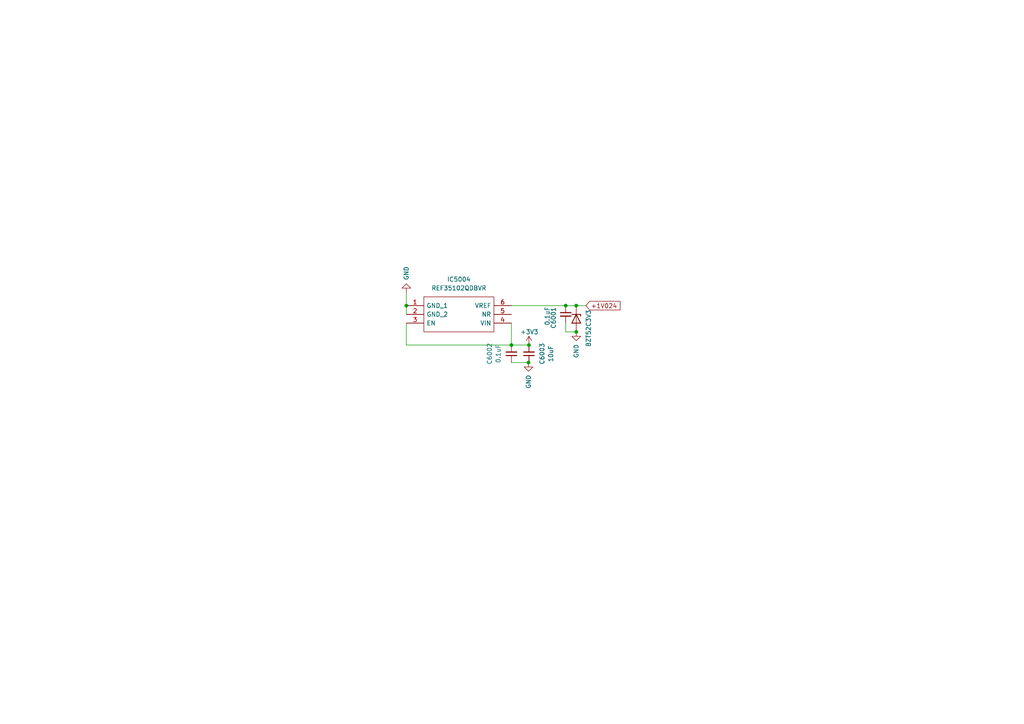
<source format=kicad_sch>
(kicad_sch (version 20231120) (generator "eeschema") (generator_version "8.0")
  (paper "A4")
  (lib_symbols
    (symbol "Device:C_Small" (pin_numbers hide) (pin_names (offset 0.254) hide)
      (property "Reference" "C" (at 0.254 1.778 0))
      (property "Value" "C_Small" (at 0.254 -2.032 0))
      (symbol "C_Small_0_1"
        (polyline (pts (xy -1.524 -0.508) (xy 1.524 -0.508)) (stroke (width 0.3302)))
        (polyline (pts (xy -1.524 0.508) (xy 1.524 0.508)) (stroke (width 0.3048)))
      )
      (symbol "C_Small_1_1"
        (pin passive line (at 0 2.54 270) (length 2.032) (name "~") (number "1"))
        (pin passive line (at 0 -2.54 90) (length 2.032) (name "~") (number "2"))
      )
    )
    (symbol "Device:D_Zener" (pin_numbers hide) (pin_names (offset 1.016) hide)
      (property "Reference" "D" (at 0 2.54 0))
      (property "Value" "D_Zener" (at 0 -2.54 0))
      (symbol "D_Zener_0_1"
        (polyline (pts (xy 1.27 0) (xy -1.27 0)))
        (polyline (pts (xy -1.27 -1.27) (xy -1.27 1.27) (xy -0.762 1.27)) (stroke (width 0.254)))
        (polyline (pts (xy 1.27 -1.27) (xy 1.27 1.27) (xy -1.27 0) (xy 1.27 -1.27)) (stroke (width 0.254)))
      )
      (symbol "D_Zener_1_1"
        (pin passive line (at -3.81 0 0) (length 2.54) (name "K") (number "1"))
        (pin passive line (at 3.81 0 180) (length 2.54) (name "A") (number "2"))
      )
    )
    (symbol "aaa:REF35102QDBVR" (pin_names (offset 0.762))
      (property "Reference" "IC5004" (at 15.24 7.62 0))
      (property "Value" "REF35102QDBVR" (at 15.24 5.08 0))
      (symbol "REF35102QDBVR_0_0"
        (pin passive line (at 0 0 0) (length 5.08) (name "GND_1") (number "1"))
        (pin passive line (at 0 -2.54 0) (length 5.08) (name "GND_2") (number "2"))
        (pin passive line (at 0 -5.08 0) (length 5.08) (name "EN") (number "3"))
        (pin passive line (at 30.48 -5.08 180) (length 5.08) (name "VIN") (number "4"))
        (pin passive line (at 30.48 -2.54 180) (length 5.08) (name "NR") (number "5"))
        (pin passive line (at 30.48 0 180) (length 5.08) (name "VREF") (number "6"))
      )
      (symbol "REF35102QDBVR_0_1"
        (polyline (pts (xy 5.08 2.54) (xy 25.4 2.54) (xy 25.4 -7.62) (xy 5.08 -7.62) (xy 5.08 2.54)) (stroke (width 0.1524)))
      )
    )
    (symbol "power:+3V3" (power) (pin_numbers hide) (pin_names (offset 0) hide)
      (property "Value" "+3V3" (at 0 3.556 0))
      (symbol "+3V3_0_1"
        (polyline (pts (xy -0.762 1.27) (xy 0 2.54)))
        (polyline (pts (xy 0 0) (xy 0 2.54)))
        (polyline (pts (xy 0 2.54) (xy 0.762 1.27)))
      )
      (symbol "+3V3_1_1"
        (pin power_in line (at 0 0 90) (length 0) (name "~") (number "1"))
      )
    )
    (symbol "power:GND" (power) (pin_names (offset 0))
      (property "Value" "GND" (at 0 -3.81 0))
      (symbol "GND_0_1"
        (polyline (pts (xy 0 0) (xy 0 -1.27) (xy 1.27 -1.27) (xy 0 -2.54) (xy -1.27 -1.27) (xy 0 -1.27)))
      )
      (symbol "GND_1_1"
        (pin power_in line (at 0 0 270) (length 0) hide (name "GND") (number "1"))
      )
    )
  )
  (junction (at 167.132 96.266))
  (junction (at 167.132 88.646))
  (junction (at 153.289 105.156))
  (junction (at 117.856 88.646))
  (junction (at 164.084 88.646))
  (junction (at 148.336 100.076))
  (junction (at 153.416 100.076))
  (wire (pts (xy 117.856 88.646) (xy 117.856 91.186)))
  (wire (pts (xy 148.336 100.076) (xy 153.416 100.076)))
  (wire (pts (xy 153.289 105.156) (xy 153.416 105.156)))
  (wire (pts (xy 117.856 100.076) (xy 148.336 100.076)))
  (wire (pts (xy 117.856 93.726) (xy 117.856 100.076)))
  (wire (pts (xy 148.336 93.726) (xy 148.336 100.076)))
  (wire (pts (xy 148.336 105.156) (xy 153.289 105.156)))
  (wire (pts (xy 148.336 88.646) (xy 164.084 88.646)))
  (wire (pts (xy 164.084 88.646) (xy 167.132 88.646)))
  (wire (pts (xy 164.084 96.266) (xy 167.132 96.266)))
  (wire (pts (xy 167.132 88.646) (xy 169.926 88.646)))
  (wire (pts (xy 164.084 93.726) (xy 164.084 96.266)))
  (wire (pts (xy 117.856 84.836) (xy 117.856 88.646)))
  (global_label "+1V024" (shape input) (at 169.926 88.646 0) (property "Intersheetrefs" "${INTERSHEET_REFS}" (effects (hide yes))))
  (symbol (lib_id "Device:C_Small") (at 148.336 102.616 180) (unit 1)
    (property "Reference" "C6002" (at 141.986 102.6097 90))
    (property "Value" "0.1uF" (at 144.526 102.6097 90))
    (property "Footprint" "Capacitor_SMD:C_0402_1005Metric" (effects (hide yes)))
    (instances (project "stm32h7_base" (path "" (reference "C6002") (unit 1))) (project "simplicity_analog_1" (path "" (reference "C5009") (unit 1))))
  )
  (symbol (lib_id "aaa:REF35102QDBVR") (at 117.856 88.646 0) (unit 1)
    (property "Reference" "IC5004" (at 133.096 81.026 0))
    (property "Value" "REF35102QDBVR" (at 133.096 83.566 0))
    (property "Footprint" "SOT95P280X145-6N" (effects (hide yes)))
    (property "Datasheet" "https://www.ti.com/lit/ds/symlink/ref35.pdf" (effects (hide yes)))
    (property "Description" "Voltage References 650-nA quiescent current, 12-ppm/C drift, ultra-low-power precision voltage reference" (effects (hide yes)))
    (property "Height" "1.45" (effects (hide yes)))
    (property "Manufacturer_Name" "Texas Instruments" (effects (hide yes)))
    (property "Manufacturer_Part_Number" "REF35102QDBVR" (effects (hide yes)))
    (property "Mouser Part Number" "595-REF35102QDBVR" (effects (hide yes)))
    (property "Mouser Price/Stock" "https://www.mouser.co.uk/ProductDetail/Texas-Instruments/REF35102QDBVR?qs=rQFj71Wb1eWXaO82zju2Vg%3D%3D" (effects (hide yes)))
    (property "Arrow Part Number" "REF35102QDBVR" (effects (hide yes)))
    (property "Arrow Price/Stock" "https://www.arrow.com/en/products/ref35102qdbvr/texas-instruments?region=nac" (effects (hide yes)))
  )
  (symbol (lib_id "power:GND") (at 167.132 96.266 0) (unit 1)
    (property "Reference" "#PWR05018" (effects (hide yes)))
    (property "Value" "GND" (at 167.132 103.886 90) (effects (justify left)))
  )
  (symbol (lib_id "Device:C_Small") (at 164.084 91.186 0) (unit 1)
    (property "Reference" "C6001" (at 160.528 92.202 90))
    (property "Value" "0.1uF" (at 158.75 91.694 90))
    (property "Footprint" "Capacitor_SMD:C_0402_1005Metric" (effects (hide yes)))
    (instances (project "stm32h7_base" (path "" (reference "C6001") (unit 1))) (project "simplicity_analog_1" (path "" (reference "C5008") (unit 1))))
  )
  (symbol (lib_id "power:GND") (at 153.289 105.156 0) (unit 1)
    (property "Reference" "#PWR05019" (effects (hide yes)))
    (property "Value" "GND" (at 153.289 112.776 90) (effects (justify left)))
  )
  (symbol (lib_id "power:+3V3") (at 153.416 100.076 0) (unit 1)
    (property "Reference" "#PWR6001" (effects (hide yes)))
    (property "Value" "+3V3" (at 150.876 96.266 0) (effects (justify left)))
    (property "Description" "Power symbol creates a global label with name \"+3V3\"" (effects (hide yes)))
  )
  (symbol (lib_id "Device:D_Zener") (at 167.132 92.456 270) (unit 1)
    (property "Reference" "D7001" (effects (hide yes)))
    (property "Value" "BZT52C3V3" (at 170.688 95.25 0))
    (property "Footprint" "Diode_SMD:D_SOD-323" (effects (hide yes)))
    (property "LCSC" "C2112" (effects (hide yes)))
  )
  (symbol (lib_id "power:GND") (at 117.856 84.836 180) (unit 1)
    (property "Reference" "#PWR05017" (effects (hide yes)))
    (property "Value" "GND" (at 117.856 77.216 90) (effects (justify left)))
  )
  (symbol (lib_id "Device:C_Small") (at 153.416 102.616 180) (unit 1)
    (property "Reference" "C6003" (at 157.226 102.616 90))
    (property "Value" "10uF" (at 159.766 102.616 90))
    (property "Footprint" "Capacitor_SMD:C_0603_1608Metric" (effects (hide yes)))
    (instances (project "stm32h7_base" (path "" (reference "C6003") (unit 1))) (project "simplicity_analog_1" (path "" (reference "C5012") (unit 1))))
  )
)
</source>
